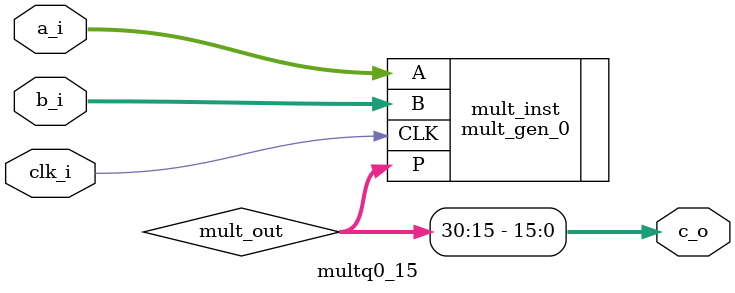
<source format=v>
`timescale 1ns / 1ps

module multq0_15#
(    
    parameter DATAWIDTH     = 16, // DATA WIDTH BUS
    parameter INT_BITS      = 0, // USED FOR DSP INTEGER PART
    parameter FRAC_BITS     = 15 // FULL_LENGTH-WORD_LEGHT = fractional PART
)(
    input clk_i, 
    input [DATAWIDTH-1:0] a_i,
    input [DATAWIDTH-1:0] b_i,
    output [15:0] c_o
    );
    
    wire [31:0] mult_out;
    assign c_o = (mult_out >>> 15);
    // Instantiate the Multiplier IP core
    mult_gen_0 mult_inst (
        .CLK (clk_i),   // clock input
        .A   (a_i),     // 16-bit signed input A
        .B   (b_i),     // 16-bit signed input B
        .P   (mult_out)      // 32-bit signed output product
    );
        
endmodule

</source>
